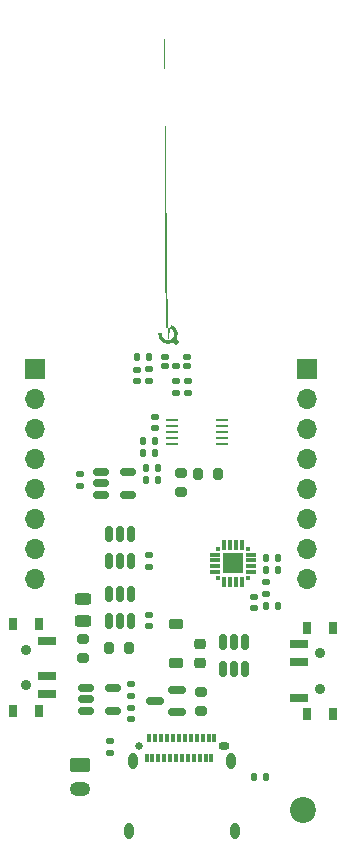
<source format=gbr>
%TF.GenerationSoftware,KiCad,Pcbnew,9.0.0*%
%TF.CreationDate,2025-05-10T20:39:51+02:00*%
%TF.ProjectId,ESP32CAM Shield,45535033-3243-4414-9d20-536869656c64,rev?*%
%TF.SameCoordinates,Original*%
%TF.FileFunction,Soldermask,Top*%
%TF.FilePolarity,Negative*%
%FSLAX46Y46*%
G04 Gerber Fmt 4.6, Leading zero omitted, Abs format (unit mm)*
G04 Created by KiCad (PCBNEW 9.0.0) date 2025-05-10 20:39:51*
%MOMM*%
%LPD*%
G01*
G04 APERTURE LIST*
G04 Aperture macros list*
%AMRoundRect*
0 Rectangle with rounded corners*
0 $1 Rounding radius*
0 $2 $3 $4 $5 $6 $7 $8 $9 X,Y pos of 4 corners*
0 Add a 4 corners polygon primitive as box body*
4,1,4,$2,$3,$4,$5,$6,$7,$8,$9,$2,$3,0*
0 Add four circle primitives for the rounded corners*
1,1,$1+$1,$2,$3*
1,1,$1+$1,$4,$5*
1,1,$1+$1,$6,$7*
1,1,$1+$1,$8,$9*
0 Add four rect primitives between the rounded corners*
20,1,$1+$1,$2,$3,$4,$5,0*
20,1,$1+$1,$4,$5,$6,$7,0*
20,1,$1+$1,$6,$7,$8,$9,0*
20,1,$1+$1,$8,$9,$2,$3,0*%
%AMFreePoly0*
4,1,64,0.235711,1.439036,0.382774,1.378120,0.515127,1.289684,0.627684,1.177127,0.716120,1.044774,0.777036,0.897711,0.808090,0.741590,0.808090,0.582410,0.777036,0.426289,0.716120,0.279226,0.627684,0.146873,0.515127,0.034316,0.382774,-0.054120,0.235711,-0.115036,0.079590,-0.146090,0.031746,-0.146090,0.029264,-0.147118,-0.029264,-0.147118,-0.031746,-0.146090,-0.079590,-0.146090,
-0.235711,-0.115036,-0.382774,-0.054120,-0.515127,0.034316,-0.627684,0.146873,-0.716120,0.279226,-0.777036,0.426289,-0.808090,0.582410,-0.808090,0.729406,-0.512000,0.729406,-0.512000,0.594594,-0.477108,0.464375,-0.409702,0.347625,-0.314375,0.252298,-0.197625,0.184892,-0.067406,0.150000,0.067406,0.150000,0.197625,0.184892,0.314375,0.252298,0.409702,0.347625,0.477108,0.464375,
0.512000,0.594594,0.512000,0.729406,0.477108,0.859625,0.409702,0.976375,0.314375,1.071702,0.197625,1.139108,0.067406,1.174000,-0.067406,1.174000,-0.197625,1.139108,-0.314375,1.071702,-0.409702,0.976375,-0.477108,0.859625,-0.512000,0.729406,-0.808090,0.729406,-0.808090,0.741590,-0.777036,0.897711,-0.716120,1.044774,-0.627684,1.177127,-0.515127,1.289684,-0.382774,1.378120,
-0.235711,1.439036,-0.079590,1.470090,0.079590,1.470090,0.235711,1.439036,0.235711,1.439036,$1*%
G04 Aperture macros list end*
%ADD10C,2.200000*%
%ADD11RoundRect,0.140000X-0.140000X-0.170000X0.140000X-0.170000X0.140000X0.170000X-0.140000X0.170000X0*%
%ADD12RoundRect,0.140000X-0.170000X0.140000X-0.170000X-0.140000X0.170000X-0.140000X0.170000X0.140000X0*%
%ADD13RoundRect,0.135000X0.135000X0.185000X-0.135000X0.185000X-0.135000X-0.185000X0.135000X-0.185000X0*%
%ADD14RoundRect,0.140000X0.170000X-0.140000X0.170000X0.140000X-0.170000X0.140000X-0.170000X-0.140000X0*%
%ADD15RoundRect,0.135000X-0.185000X0.135000X-0.185000X-0.135000X0.185000X-0.135000X0.185000X0.135000X0*%
%ADD16RoundRect,0.150000X0.587500X0.150000X-0.587500X0.150000X-0.587500X-0.150000X0.587500X-0.150000X0*%
%ADD17RoundRect,0.250000X-0.625000X0.350000X-0.625000X-0.350000X0.625000X-0.350000X0.625000X0.350000X0*%
%ADD18O,1.750000X1.200000*%
%ADD19RoundRect,0.225000X0.375000X-0.225000X0.375000X0.225000X-0.375000X0.225000X-0.375000X-0.225000X0*%
%ADD20RoundRect,0.150000X0.150000X-0.512500X0.150000X0.512500X-0.150000X0.512500X-0.150000X-0.512500X0*%
%ADD21R,0.300000X0.300000*%
%ADD22R,0.300000X0.900000*%
%ADD23R,0.900000X0.300000*%
%ADD24R,1.800000X1.800000*%
%ADD25RoundRect,0.200000X-0.275000X0.200000X-0.275000X-0.200000X0.275000X-0.200000X0.275000X0.200000X0*%
%ADD26RoundRect,0.200000X0.275000X-0.200000X0.275000X0.200000X-0.275000X0.200000X-0.275000X-0.200000X0*%
%ADD27RoundRect,0.150000X-0.512500X-0.150000X0.512500X-0.150000X0.512500X0.150000X-0.512500X0.150000X0*%
%ADD28RoundRect,0.135000X-0.135000X-0.185000X0.135000X-0.185000X0.135000X0.185000X-0.135000X0.185000X0*%
%ADD29R,0.800000X1.000000*%
%ADD30C,0.900000*%
%ADD31R,1.500000X0.700000*%
%ADD32RoundRect,0.135000X0.185000X-0.135000X0.185000X0.135000X-0.185000X0.135000X-0.185000X-0.135000X0*%
%ADD33RoundRect,0.200000X0.200000X0.275000X-0.200000X0.275000X-0.200000X-0.275000X0.200000X-0.275000X0*%
%ADD34RoundRect,0.150000X-0.150000X0.512500X-0.150000X-0.512500X0.150000X-0.512500X0.150000X0.512500X0*%
%ADD35RoundRect,0.225000X0.250000X-0.225000X0.250000X0.225000X-0.250000X0.225000X-0.250000X-0.225000X0*%
%ADD36RoundRect,0.243750X0.456250X-0.243750X0.456250X0.243750X-0.456250X0.243750X-0.456250X-0.243750X0*%
%ADD37R,1.100000X0.250000*%
%ADD38C,0.650000*%
%ADD39O,0.950000X0.650000*%
%ADD40R,0.300000X0.700000*%
%ADD41O,0.800000X1.400000*%
%ADD42C,0.500000*%
%ADD43RoundRect,0.130500X0.169500X0.130500X-0.169500X0.130500X-0.169500X-0.130500X0.169500X-0.130500X0*%
%ADD44FreePoly0,270.000000*%
%ADD45R,1.700000X1.700000*%
%ADD46O,1.700000X1.700000*%
G04 APERTURE END LIST*
D10*
%TO.C,H1*%
X149987000Y-104394000D03*
%TD*%
D11*
%TO.C,C5*%
X136680000Y-75438000D03*
X137640000Y-75438000D03*
%TD*%
D12*
%TO.C,C3*%
X136906000Y-67112000D03*
X136906000Y-68072000D03*
%TD*%
D11*
%TO.C,C4*%
X136680000Y-76454000D03*
X137640000Y-76454000D03*
%TD*%
D13*
%TO.C,R16*%
X147832000Y-83058000D03*
X146812000Y-83058000D03*
%TD*%
D14*
%TO.C,C1*%
X135382000Y-96746000D03*
X135382000Y-95786000D03*
%TD*%
D15*
%TO.C,R18*%
X133604000Y-98548000D03*
X133604000Y-99568000D03*
%TD*%
D13*
%TO.C,R8*%
X137414000Y-74168000D03*
X136394000Y-74168000D03*
%TD*%
D16*
%TO.C,Q1*%
X139289000Y-96134000D03*
X139289000Y-94234000D03*
X137414000Y-95184000D03*
%TD*%
D15*
%TO.C,R10*%
X140208000Y-68070000D03*
X140208000Y-69090000D03*
%TD*%
D17*
%TO.C,J3*%
X131064000Y-100616000D03*
D18*
X131064000Y-102616000D03*
%TD*%
D19*
%TO.C,D1*%
X139192000Y-91946000D03*
X139192000Y-88646000D03*
%TD*%
D20*
%TO.C,U6*%
X143134000Y-92456000D03*
X144084000Y-92456000D03*
X145034000Y-92456000D03*
X145034000Y-90181000D03*
X144084000Y-90181000D03*
X143134000Y-90181000D03*
%TD*%
D21*
%TO.C,U5*%
X142764000Y-84790000D03*
D22*
X143264000Y-85090000D03*
X143764000Y-85090000D03*
X144264000Y-85090000D03*
X144764000Y-85090000D03*
D21*
X145264000Y-84790000D03*
D23*
X145564000Y-84290000D03*
X145564000Y-83790000D03*
X145564000Y-83290000D03*
X145564000Y-82790000D03*
D21*
X145264000Y-82290000D03*
D22*
X144764000Y-81990000D03*
X144264000Y-81990000D03*
X143764000Y-81990000D03*
X143264000Y-81990000D03*
D21*
X142764000Y-82290000D03*
D23*
X142464000Y-82790000D03*
X142464000Y-83290000D03*
X142464000Y-83790000D03*
X142464000Y-84290000D03*
D24*
X144014000Y-83540000D03*
%TD*%
D25*
%TO.C,R5*%
X139637000Y-75883000D03*
X139637000Y-77533000D03*
%TD*%
D26*
%TO.C,R3*%
X131318000Y-91566000D03*
X131318000Y-89916000D03*
%TD*%
D27*
%TO.C,U2*%
X132853000Y-75824000D03*
X132853000Y-76774000D03*
X132853000Y-77724000D03*
X135128000Y-77724000D03*
X135128000Y-75824000D03*
%TD*%
D28*
%TO.C,R15*%
X146810000Y-84074000D03*
X147830000Y-84074000D03*
%TD*%
D29*
%TO.C,SW2*%
X127602000Y-88712000D03*
X125392000Y-88712000D03*
D30*
X126492000Y-90862000D03*
X126492000Y-93862000D03*
D29*
X127602000Y-96012000D03*
X125392000Y-96012000D03*
D31*
X128252000Y-90112000D03*
X128252000Y-93112000D03*
X128252000Y-94612000D03*
%TD*%
D32*
%TO.C,R2*%
X135382000Y-94744000D03*
X135382000Y-93724000D03*
%TD*%
%TO.C,R12*%
X136906000Y-83822000D03*
X136906000Y-82802000D03*
%TD*%
D33*
%TO.C,R7*%
X135191000Y-90678000D03*
X133541000Y-90678000D03*
%TD*%
D12*
%TO.C,C10*%
X145768000Y-86388000D03*
X145768000Y-87348000D03*
%TD*%
%TO.C,C6*%
X135890000Y-67140000D03*
X135890000Y-68100000D03*
%TD*%
D28*
%TO.C,R17*%
X145792000Y-101600000D03*
X146812000Y-101600000D03*
%TD*%
D25*
%TO.C,R1*%
X141321000Y-94425000D03*
X141321000Y-96075000D03*
%TD*%
D32*
%TO.C,R14*%
X146812000Y-86108000D03*
X146812000Y-85088000D03*
%TD*%
D34*
%TO.C,Q2*%
X135382000Y-81037000D03*
X134432000Y-81037000D03*
X133482000Y-81037000D03*
X133482000Y-83312000D03*
X134432000Y-83312000D03*
X135382000Y-83312000D03*
%TD*%
D13*
%TO.C,R9*%
X137416000Y-73152000D03*
X136396000Y-73152000D03*
%TD*%
D11*
%TO.C,C9*%
X146840000Y-87122000D03*
X147800000Y-87122000D03*
%TD*%
D35*
%TO.C,C2*%
X141224000Y-91948000D03*
X141224000Y-90398000D03*
%TD*%
D13*
%TO.C,R11*%
X136908000Y-66040000D03*
X135888000Y-66040000D03*
%TD*%
D15*
%TO.C,R13*%
X139192000Y-68070000D03*
X139192000Y-69090000D03*
%TD*%
D29*
%TO.C,SW1*%
X150274000Y-96300000D03*
X152484000Y-96300000D03*
D30*
X151384000Y-94150000D03*
X151384000Y-91150000D03*
D29*
X150274000Y-89000000D03*
X152484000Y-89000000D03*
D31*
X149624000Y-94900000D03*
X149624000Y-91900000D03*
X149624000Y-90400000D03*
%TD*%
D34*
%TO.C,U4*%
X135382000Y-86117000D03*
X134432000Y-86117000D03*
X133482000Y-86117000D03*
X133482000Y-88392000D03*
X134432000Y-88392000D03*
X135382000Y-88392000D03*
%TD*%
D36*
%TO.C,D2*%
X131318000Y-88392000D03*
X131318000Y-86517000D03*
%TD*%
D37*
%TO.C,U3*%
X143120000Y-73390000D03*
X143120000Y-72890000D03*
X143120000Y-72390000D03*
X143120000Y-71890000D03*
X143120000Y-71390000D03*
X138820000Y-71390000D03*
X138820000Y-71890000D03*
X138820000Y-72390000D03*
X138820000Y-72890000D03*
X138820000Y-73390000D03*
%TD*%
D27*
%TO.C,U1*%
X131572000Y-94112000D03*
X131572000Y-95062000D03*
X131572000Y-96012000D03*
X133847000Y-96012000D03*
X133847000Y-94112000D03*
%TD*%
D14*
%TO.C,C7*%
X136906000Y-88872000D03*
X136906000Y-87912000D03*
%TD*%
D38*
%TO.C,J4*%
X136100000Y-99018000D03*
D39*
X143300000Y-99018000D03*
D40*
X136950000Y-98358000D03*
X137450000Y-98358000D03*
X137950000Y-98358000D03*
X138450000Y-98358000D03*
X138950000Y-98358000D03*
X139450000Y-98358000D03*
X139950000Y-98358000D03*
X140450000Y-98358000D03*
X140950000Y-98358000D03*
X141450000Y-98358000D03*
X141950000Y-98358000D03*
X142450000Y-98358000D03*
X142200000Y-100058000D03*
X141700000Y-100058000D03*
X141200000Y-100058000D03*
X140700000Y-100058000D03*
X140200000Y-100058000D03*
X139700000Y-100058000D03*
X139200000Y-100058000D03*
X138700000Y-100058000D03*
X138200000Y-100058000D03*
X137700000Y-100058000D03*
X137200000Y-100058000D03*
X136700000Y-100058000D03*
D41*
X135210000Y-106218000D03*
X135570000Y-100268000D03*
X143830000Y-100268000D03*
X144190000Y-106218000D03*
%TD*%
D33*
%TO.C,R6*%
X142748000Y-75946000D03*
X141098000Y-75946000D03*
%TD*%
D42*
%TO.C,MK1*%
X139192000Y-64788000D03*
D43*
X140092000Y-66862000D03*
X140092000Y-66040000D03*
D44*
X138530000Y-64788000D03*
D43*
X138292000Y-66040000D03*
X138292000Y-66862000D03*
X139192000Y-66862000D03*
%TD*%
D45*
%TO.C,J2*%
X150317200Y-67106800D03*
D46*
X150317200Y-69646800D03*
X150317200Y-72186800D03*
X150317200Y-74726800D03*
X150317200Y-77266800D03*
X150317200Y-79806800D03*
X150317200Y-82346800D03*
X150317200Y-84886800D03*
%TD*%
D14*
%TO.C,C8*%
X137414000Y-72108000D03*
X137414000Y-71148000D03*
%TD*%
D32*
%TO.C,R4*%
X131064000Y-76964000D03*
X131064000Y-75944000D03*
%TD*%
D45*
%TO.C,J1*%
X127254000Y-67106800D03*
D46*
X127254000Y-69646800D03*
X127254000Y-72186800D03*
X127254000Y-74726800D03*
X127254000Y-77266800D03*
X127254000Y-79806800D03*
X127254000Y-82346800D03*
X127254000Y-84886800D03*
%TD*%
M02*

</source>
